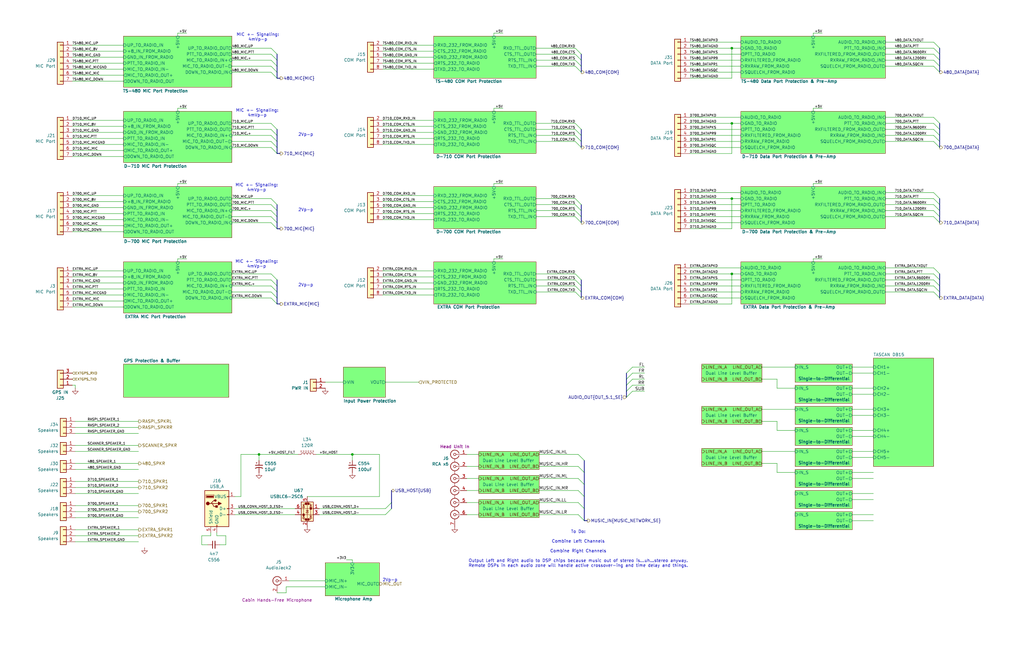
<source format=kicad_sch>
(kicad_sch (version 20250114) (generator "eeschema") (generator_version "9.0")
  (paper "B")
  (bus_alias "480_MIC" (members "UP" "DOWN" "PTT" "+"))
  (bus_alias "4X_KENWOOD_MIC" (members "{480_MIC}" "{710_MIC}" "{EXTRA_MIC}" "{700_MIC}"))
  (bus_alias "700_MIC" (members "UP" "DOWN" "PTT" "+"))
  (bus_alias "710_MIC" (members "UP" "DOWN" "PTT" "+"))
  (bus_alias "COM" (members "RXD" "TXD" "CTS" "RTS"))
  (bus_alias "DATA" (members "TXOUT" "PTT" "9600RX" "1200RX" "SQCIN"))
  (bus_alias "EXTRA_MIC" (members "UP" "DOWN" "PTT" "+"))
  (bus_alias "MIC" (members "UP" "DOWN" "PTT" "+"))
  (bus_alias "MUSIC_NETWORK_LVDS" (members "HL+" "HL-" "HR+" "HR-" "ML+" "ML-" "MR+" "MR-" "LL+" "LL-" "LR+" "LR-"))
  (bus_alias "MUSIC_STANDARD_LVDS" (members "FR+" "FR-" "FL+" "FL-" "RR+" "RR-" "RL+" "RL-" "SR+" "SR-" "SL+" "SL-"))
  (bus_alias "MUSIC_STANDARD_SE" (members "FL" "FR" "RL" "RR" "SL" "SR"))
  (bus_alias "USB" (members "TSCL" "TSDA" "~{RESET}"))
  (text "MIC +- Signaling:\n4mVp-p" (at 108.458 47.752 0) (effects (font (size 1.27 1.27))))
  (text "MIC +- Signaling:\n4mVp-p" (at 108.712 15.748 0) (effects (font (size 1.27 1.27))))
  (text "2Vp-p" (at 125.73 89.408 0) (effects (font (size 1.27 1.27)) (justify left bottom)))
  (text "2Vp-p" (at 125.73 121.158 0) (effects (font (size 1.27 1.27)) (justify left bottom)))
  (text "2Vp-p" (at 125.73 57.658 0) (effects (font (size 1.27 1.27)) (justify left bottom)))
  (text "MIC +- Signaling:\n4mVp-p" (at 108.204 111.506 0) (effects (font (size 1.27 1.27))))
  (text "MIC +- Signaling:\n4mVp-p" (at 108.204 79.248 0) (effects (font (size 1.27 1.27))))
  (text "To Do:\n\nCombine Left Channels\n\nCombine Right Channels\n\nOutput Left and Right audio to DSP chips because music out of stereo is...uh...stereo anyway.\nRemote DSPs in each audio zone will handle active crossover-ing and time delay and things." (at 243.84 231.648 0) (effects (font (size 1.27 1.27))))
  (text "2Vp-p" (at 161.29 245.618 0) (effects (font (size 1.27 1.27)) (justify left bottom)))
  (junction (at 148.59 191.77))
  (junction (at 109.22 191.77))
  (junction (at 308.61 83.82))
  (junction (at 308.61 52.07))
  (junction (at 308.61 20.32))
  (junction (at 308.61 115.57))
  (bus_entry (at 114.3 62.23) (size 2.54 2.54))
  (bus_entry (at 242.57 22.86) (size 2.54 2.54))
  (bus_entry (at 393.7 81.28) (size 2.54 2.54))
  (bus_entry (at 242.57 91.44) (size 2.54 2.54))
  (bus_entry (at 393.7 83.82) (size 2.54 2.54))
  (bus_entry (at 162.56 217.17) (size 2.54 -2.54))
  (bus_entry (at 114.3 54.61) (size 2.54 2.54))
  (bus_entry (at 393.7 52.07) (size 2.54 2.54))
  (bus_entry (at 266.7 160.02) (size -2.54 2.54))
  (bus_entry (at 393.7 57.15) (size 2.54 2.54))
  (bus_entry (at 114.3 20.32) (size 2.54 2.54))
  (bus_entry (at 393.7 115.57) (size 2.54 2.54))
  (bus_entry (at 114.3 25.4) (size 2.54 2.54))
  (bus_entry (at 243.84 217.17) (size 2.54 2.54))
  (bus_entry (at 242.57 88.9) (size 2.54 2.54))
  (bus_entry (at 242.57 120.65) (size 2.54 2.54))
  (bus_entry (at 243.84 201.93) (size 2.54 2.54))
  (bus_entry (at 242.57 20.32) (size 2.54 2.54))
  (bus_entry (at 242.57 52.07) (size 2.54 2.54))
  (bus_entry (at 114.3 83.82) (size 2.54 2.54))
  (bus_entry (at 114.3 115.57) (size 2.54 2.54))
  (bus_entry (at 242.57 115.57) (size 2.54 2.54))
  (bus_entry (at 242.57 86.36) (size 2.54 2.54))
  (bus_entry (at 242.57 59.69) (size 2.54 2.54))
  (bus_entry (at 114.3 22.86) (size 2.54 2.54))
  (bus_entry (at 242.57 27.94) (size 2.54 2.54))
  (bus_entry (at 114.3 93.98) (size 2.54 2.54))
  (bus_entry (at 114.3 30.48) (size 2.54 2.54))
  (bus_entry (at 243.84 196.85) (size 2.54 2.54))
  (bus_entry (at 162.56 214.63) (size 2.54 -2.54))
  (bus_entry (at 114.3 88.9) (size 2.54 2.54))
  (bus_entry (at 393.7 22.86) (size 2.54 2.54))
  (bus_entry (at 393.7 27.94) (size 2.54 2.54))
  (bus_entry (at 393.7 91.44) (size 2.54 2.54))
  (bus_entry (at 114.3 125.73) (size 2.54 2.54))
  (bus_entry (at 393.7 113.03) (size 2.54 2.54))
  (bus_entry (at 242.57 123.19) (size 2.54 2.54))
  (bus_entry (at 393.7 88.9) (size 2.54 2.54))
  (bus_entry (at 242.57 25.4) (size 2.54 2.54))
  (bus_entry (at 242.57 54.61) (size 2.54 2.54))
  (bus_entry (at 393.7 49.53) (size 2.54 2.54))
  (bus_entry (at 243.84 191.77) (size 2.54 2.54))
  (bus_entry (at 242.57 57.15) (size 2.54 2.54))
  (bus_entry (at 393.7 86.36) (size 2.54 2.54))
  (bus_entry (at 114.3 120.65) (size 2.54 2.54))
  (bus_entry (at 393.7 118.11) (size 2.54 2.54))
  (bus_entry (at 114.3 52.07) (size 2.54 2.54))
  (bus_entry (at 114.3 57.15) (size 2.54 2.54))
  (bus_entry (at 114.3 118.11) (size 2.54 2.54))
  (bus_entry (at 242.57 83.82) (size 2.54 2.54))
  (bus_entry (at 266.7 154.94) (size -2.54 2.54))
  (bus_entry (at 114.3 91.44) (size 2.54 2.54))
  (bus_entry (at 393.7 17.78) (size 2.54 2.54))
  (bus_entry (at 266.7 162.56) (size -2.54 2.54))
  (bus_entry (at 114.3 86.36) (size 2.54 2.54))
  (bus_entry (at 266.7 157.48) (size -2.54 2.54))
  (bus_entry (at 114.3 123.19) (size 2.54 2.54))
  (bus_entry (at 393.7 120.65) (size 2.54 2.54))
  (bus_entry (at 243.84 212.09) (size 2.54 2.54))
  (bus_entry (at 114.3 27.94) (size 2.54 2.54))
  (bus_entry (at 393.7 59.69) (size 2.54 2.54))
  (bus_entry (at 266.7 165.1) (size -2.54 2.54))
  (bus_entry (at 393.7 54.61) (size 2.54 2.54))
  (bus_entry (at 114.3 59.69) (size 2.54 2.54))
  (bus_entry (at 393.7 123.19) (size 2.54 2.54))
  (bus_entry (at 393.7 20.32) (size 2.54 2.54))
  (bus_entry (at 242.57 118.11) (size 2.54 2.54))
  (bus_entry (at 243.84 207.01) (size 2.54 2.54))
  (bus_entry (at 393.7 25.4) (size 2.54 2.54))
  (bus (pts (xy 116.84 86.36) (xy 116.84 88.9)))
  (wire (pts (xy 30.48 50.8) (xy 52.07 50.8)))
  (wire (pts (xy 114.3 83.82) (xy 97.79 83.82)))
  (wire (pts (xy 31.75 195.58) (xy 58.42 195.58)))
  (wire (pts (xy 30.48 63.5) (xy 52.07 63.5)))
  (bus (pts (xy 116.84 96.52) (xy 118.11 96.52)))
  (wire (pts (xy 30.48 34.29) (xy 52.07 34.29)))
  (wire (pts (xy 208.28 45.72) (xy 208.28 46.99)))
  (bus (pts (xy 245.11 54.61) (xy 245.11 57.15)))
  (wire (pts (xy 161.29 53.34) (xy 182.88 53.34)))
  (wire (pts (xy 290.83 25.4) (xy 312.42 25.4)))
  (wire (pts (xy 290.83 64.77) (xy 308.61 64.77)))
  (wire (pts (xy 308.61 115.57) (xy 308.61 128.27)))
  (wire (pts (xy 114.3 52.07) (xy 97.79 52.07)))
  (bus (pts (xy 116.84 93.98) (xy 116.84 96.52)))
  (wire (pts (xy 271.78 165.1) (xy 266.7 165.1)))
  (wire (pts (xy 308.61 52.07) (xy 312.42 52.07)))
  (wire (pts (xy 373.38 25.4) (xy 393.7 25.4)))
  (wire (pts (xy 31.75 228.6) (xy 58.42 228.6)))
  (wire (pts (xy 30.48 29.21) (xy 52.07 29.21)))
  (wire (pts (xy 327.66 199.39) (xy 335.28 199.39)))
  (wire (pts (xy 30.48 121.92) (xy 52.07 121.92)))
  (wire (pts (xy 31.75 215.9) (xy 58.42 215.9)))
  (wire (pts (xy 321.31 160.02) (xy 327.66 160.02)))
  (wire (pts (xy 148.59 191.77) (xy 148.59 194.31)))
  (bus (pts (xy 396.24 57.15) (xy 396.24 59.69)))
  (bus (pts (xy 396.24 27.94) (xy 396.24 30.48)))
  (wire (pts (xy 359.41 166.37) (xy 368.3 166.37)))
  (wire (pts (xy 120.65 250.19) (xy 120.65 247.65)))
  (wire (pts (xy 30.48 87.63) (xy 52.07 87.63)))
  (wire (pts (xy 114.3 30.48) (xy 97.79 30.48)))
  (wire (pts (xy 31.75 205.74) (xy 58.42 205.74)))
  (wire (pts (xy 30.48 90.17) (xy 52.07 90.17)))
  (bus (pts (xy 264.16 157.48) (xy 264.16 160.02)))
  (wire (pts (xy 31.75 182.88) (xy 58.42 182.88)))
  (wire (pts (xy 161.29 119.38) (xy 182.88 119.38)))
  (wire (pts (xy 30.48 129.54) (xy 52.07 129.54)))
  (wire (pts (xy 359.41 190.5) (xy 368.3 190.5)))
  (bus (pts (xy 165.1 212.09) (xy 165.1 214.63)))
  (wire (pts (xy 359.41 210.82) (xy 368.3 210.82)))
  (wire (pts (xy 346.71 13.97) (xy 342.9 13.97)))
  (bus (pts (xy 116.84 120.65) (xy 116.84 123.19)))
  (wire (pts (xy 308.61 83.82) (xy 312.42 83.82)))
  (wire (pts (xy 243.84 207.01) (xy 227.33 207.01)))
  (wire (pts (xy 30.48 60.96) (xy 52.07 60.96)))
  (wire (pts (xy 114.3 59.69) (xy 97.79 59.69)))
  (wire (pts (xy 114.3 22.86) (xy 97.79 22.86)))
  (wire (pts (xy 31.75 177.8) (xy 58.42 177.8)))
  (wire (pts (xy 109.22 191.77) (xy 109.22 194.31)))
  (wire (pts (xy 114.3 62.23) (xy 97.79 62.23)))
  (wire (pts (xy 242.57 91.44) (xy 226.06 91.44)))
  (bus (pts (xy 264.16 160.02) (xy 264.16 162.56)))
  (bus (pts (xy 116.84 128.27) (xy 118.11 128.27)))
  (wire (pts (xy 31.75 203.2) (xy 58.42 203.2)))
  (wire (pts (xy 290.83 17.78) (xy 312.42 17.78)))
  (wire (pts (xy 373.38 57.15) (xy 393.7 57.15)))
  (wire (pts (xy 242.57 20.32) (xy 226.06 20.32)))
  (wire (pts (xy 116.84 250.19) (xy 120.65 250.19)))
  (wire (pts (xy 327.66 195.58) (xy 327.66 199.39)))
  (wire (pts (xy 373.38 86.36) (xy 393.7 86.36)))
  (wire (pts (xy 196.85 212.09) (xy 201.93 212.09)))
  (bus (pts (xy 396.24 91.44) (xy 396.24 93.98)))
  (wire (pts (xy 161.29 21.59) (xy 182.88 21.59)))
  (wire (pts (xy 30.48 92.71) (xy 52.07 92.71)))
  (wire (pts (xy 74.93 45.72) (xy 74.93 46.99)))
  (wire (pts (xy 321.31 172.72) (xy 335.28 172.72)))
  (bus (pts (xy 245.11 120.65) (xy 245.11 123.19)))
  (wire (pts (xy 30.48 127) (xy 52.07 127)))
  (wire (pts (xy 30.48 124.46) (xy 52.07 124.46)))
  (wire (pts (xy 148.59 236.22) (xy 146.05 236.22)))
  (wire (pts (xy 78.74 109.22) (xy 74.93 109.22)))
  (bus (pts (xy 396.24 123.19) (xy 396.24 125.73)))
  (wire (pts (xy 30.48 31.75) (xy 52.07 31.75)))
  (wire (pts (xy 162.56 214.63) (xy 134.62 214.63)))
  (wire (pts (xy 30.48 58.42) (xy 52.07 58.42)))
  (wire (pts (xy 30.48 26.67) (xy 52.07 26.67)))
  (wire (pts (xy 346.71 45.72) (xy 342.9 45.72)))
  (wire (pts (xy 290.83 86.36) (xy 312.42 86.36)))
  (wire (pts (xy 321.31 195.58) (xy 327.66 195.58)))
  (wire (pts (xy 373.38 113.03) (xy 393.7 113.03)))
  (wire (pts (xy 373.38 59.69) (xy 393.7 59.69)))
  (wire (pts (xy 321.31 190.5) (xy 335.28 190.5)))
  (wire (pts (xy 346.71 109.22) (xy 342.9 109.22)))
  (bus (pts (xy 396.24 86.36) (xy 396.24 88.9)))
  (wire (pts (xy 290.83 59.69) (xy 312.42 59.69)))
  (wire (pts (xy 99.06 214.63) (xy 124.46 214.63)))
  (wire (pts (xy 327.66 163.83) (xy 335.28 163.83)))
  (wire (pts (xy 342.9 109.22) (xy 342.9 110.49)))
  (wire (pts (xy 242.57 57.15) (xy 226.06 57.15)))
  (wire (pts (xy 91.44 224.79) (xy 91.44 226.06)))
  (bus (pts (xy 246.38 194.31) (xy 246.38 199.39)))
  (wire (pts (xy 114.3 54.61) (xy 97.79 54.61)))
  (wire (pts (xy 161.29 60.96) (xy 182.88 60.96)))
  (wire (pts (xy 109.22 191.77) (xy 125.73 191.77)))
  (wire (pts (xy 114.3 20.32) (xy 97.79 20.32)))
  (wire (pts (xy 271.78 154.94) (xy 266.7 154.94)))
  (wire (pts (xy 114.3 88.9) (xy 97.79 88.9)))
  (wire (pts (xy 196.85 191.77) (xy 201.93 191.77)))
  (wire (pts (xy 342.9 77.47) (xy 342.9 78.74)))
  (wire (pts (xy 290.83 81.28) (xy 312.42 81.28)))
  (wire (pts (xy 120.65 247.65) (xy 137.16 247.65)))
  (bus (pts (xy 245.11 25.4) (xy 245.11 27.94)))
  (wire (pts (xy 162.56 161.29) (xy 176.53 161.29)))
  (wire (pts (xy 31.75 226.06) (xy 58.42 226.06)))
  (wire (pts (xy 290.83 30.48) (xy 312.42 30.48)))
  (wire (pts (xy 290.83 83.82) (xy 308.61 83.82)))
  (bus (pts (xy 116.84 64.77) (xy 118.11 64.77)))
  (wire (pts (xy 208.28 13.97) (xy 208.28 15.24)))
  (wire (pts (xy 290.83 52.07) (xy 308.61 52.07)))
  (wire (pts (xy 99.06 209.55) (xy 101.6 209.55)))
  (wire (pts (xy 74.93 77.47) (xy 74.93 78.74)))
  (wire (pts (xy 242.57 22.86) (xy 226.06 22.86)))
  (wire (pts (xy 196.85 201.93) (xy 201.93 201.93)))
  (wire (pts (xy 308.61 20.32) (xy 312.42 20.32)))
  (wire (pts (xy 373.38 81.28) (xy 393.7 81.28)))
  (wire (pts (xy 242.57 88.9) (xy 226.06 88.9)))
  (wire (pts (xy 161.29 116.84) (xy 182.88 116.84)))
  (wire (pts (xy 161.29 26.67) (xy 182.88 26.67)))
  (wire (pts (xy 30.48 95.25) (xy 52.07 95.25)))
  (wire (pts (xy 114.3 57.15) (xy 97.79 57.15)))
  (wire (pts (xy 373.38 91.44) (xy 393.7 91.44)))
  (bus (pts (xy 116.84 91.44) (xy 116.84 93.98)))
  (wire (pts (xy 359.41 172.72) (xy 368.3 172.72)))
  (wire (pts (xy 321.31 154.94) (xy 335.28 154.94)))
  (wire (pts (xy 290.83 113.03) (xy 312.42 113.03)))
  (wire (pts (xy 290.83 91.44) (xy 312.42 91.44)))
  (wire (pts (xy 212.09 45.72) (xy 208.28 45.72)))
  (wire (pts (xy 137.16 161.29) (xy 144.78 161.29)))
  (wire (pts (xy 148.59 236.22) (xy 148.59 237.49)))
  (wire (pts (xy 242.57 54.61) (xy 226.06 54.61)))
  (wire (pts (xy 243.84 212.09) (xy 227.33 212.09)))
  (wire (pts (xy 373.38 54.61) (xy 393.7 54.61)))
  (wire (pts (xy 290.83 22.86) (xy 312.42 22.86)))
  (bus (pts (xy 396.24 54.61) (xy 396.24 57.15)))
  (bus (pts (xy 396.24 22.86) (xy 396.24 25.4)))
  (wire (pts (xy 91.44 226.06) (xy 95.25 226.06)))
  (wire (pts (xy 290.83 115.57) (xy 308.61 115.57)))
  (wire (pts (xy 30.48 19.05) (xy 52.07 19.05)))
  (wire (pts (xy 212.09 109.22) (xy 208.28 109.22)))
  (wire (pts (xy 114.3 27.94) (xy 97.79 27.94)))
  (wire (pts (xy 290.83 93.98) (xy 312.42 93.98)))
  (wire (pts (xy 327.66 160.02) (xy 327.66 163.83)))
  (bus (pts (xy 396.24 52.07) (xy 396.24 54.61)))
  (wire (pts (xy 373.38 118.11) (xy 393.7 118.11)))
  (wire (pts (xy 359.41 193.04) (xy 368.3 193.04)))
  (wire (pts (xy 95.25 226.06) (xy 95.25 229.87)))
  (wire (pts (xy 74.93 13.97) (xy 74.93 15.24)))
  (wire (pts (xy 242.57 59.69) (xy 226.06 59.69)))
  (wire (pts (xy 78.74 45.72) (xy 74.93 45.72)))
  (wire (pts (xy 243.84 201.93) (xy 227.33 201.93)))
  (wire (pts (xy 31.75 187.96) (xy 58.42 187.96)))
  (wire (pts (xy 162.56 217.17) (xy 134.62 217.17)))
  (wire (pts (xy 290.83 49.53) (xy 312.42 49.53)))
  (wire (pts (xy 290.83 20.32) (xy 308.61 20.32)))
  (bus (pts (xy 396.24 118.11) (xy 396.24 120.65)))
  (bus (pts (xy 245.11 59.69) (xy 245.11 62.23)))
  (wire (pts (xy 373.38 83.82) (xy 393.7 83.82)))
  (wire (pts (xy 308.61 115.57) (xy 312.42 115.57)))
  (wire (pts (xy 373.38 115.57) (xy 393.7 115.57)))
  (wire (pts (xy 74.93 109.22) (xy 74.93 110.49)))
  (wire (pts (xy 359.41 154.94) (xy 368.3 154.94)))
  (wire (pts (xy 30.48 24.13) (xy 52.07 24.13)))
  (wire (pts (xy 161.29 87.63) (xy 182.88 87.63)))
  (wire (pts (xy 359.41 163.83) (xy 368.3 163.83)))
  (wire (pts (xy 242.57 118.11) (xy 226.06 118.11)))
  (wire (pts (xy 242.57 115.57) (xy 226.06 115.57)))
  (wire (pts (xy 290.83 125.73) (xy 312.42 125.73)))
  (bus (pts (xy 116.84 25.4) (xy 116.84 27.94)))
  (bus (pts (xy 396.24 120.65) (xy 396.24 123.19)))
  (wire (pts (xy 99.06 217.17) (xy 124.46 217.17)))
  (bus (pts (xy 245.11 118.11) (xy 245.11 120.65)))
  (wire (pts (xy 114.3 125.73) (xy 97.79 125.73)))
  (wire (pts (xy 161.29 114.3) (xy 182.88 114.3)))
  (wire (pts (xy 321.31 177.8) (xy 327.66 177.8)))
  (wire (pts (xy 359.41 184.15) (xy 368.3 184.15)))
  (wire (pts (xy 88.9 226.06) (xy 85.09 226.06)))
  (wire (pts (xy 161.29 55.88) (xy 182.88 55.88)))
  (bus (pts (xy 116.84 123.19) (xy 116.84 125.73)))
  (wire (pts (xy 31.75 208.28) (xy 58.42 208.28)))
  (wire (pts (xy 290.83 128.27) (xy 308.61 128.27)))
  (bus (pts (xy 246.38 209.55) (xy 246.38 214.63)))
  (bus (pts (xy 116.84 54.61) (xy 116.84 57.15)))
  (wire (pts (xy 290.83 62.23) (xy 312.42 62.23)))
  (wire (pts (xy 114.3 25.4) (xy 97.79 25.4)))
  (wire (pts (xy 342.9 45.72) (xy 342.9 46.99)))
  (wire (pts (xy 243.84 191.77) (xy 227.33 191.77)))
  (wire (pts (xy 161.29 82.55) (xy 182.88 82.55)))
  (wire (pts (xy 373.38 49.53) (xy 393.7 49.53)))
  (wire (pts (xy 31.75 198.12) (xy 58.42 198.12)))
  (wire (pts (xy 290.83 120.65) (xy 312.42 120.65)))
  (wire (pts (xy 30.48 66.04) (xy 52.07 66.04)))
  (wire (pts (xy 373.38 17.78) (xy 393.7 17.78)))
  (wire (pts (xy 161.29 19.05) (xy 182.88 19.05)))
  (wire (pts (xy 31.75 218.44) (xy 58.42 218.44)))
  (wire (pts (xy 373.38 22.86) (xy 393.7 22.86)))
  (wire (pts (xy 161.29 90.17) (xy 182.88 90.17)))
  (wire (pts (xy 271.78 160.02) (xy 266.7 160.02)))
  (wire (pts (xy 161.29 29.21) (xy 182.88 29.21)))
  (wire (pts (xy 101.6 191.77) (xy 109.22 191.77)))
  (bus (pts (xy 264.16 162.56) (xy 264.16 165.1)))
  (wire (pts (xy 290.83 88.9) (xy 312.42 88.9)))
  (wire (pts (xy 271.78 162.56) (xy 266.7 162.56)))
  (wire (pts (xy 242.57 27.94) (xy 226.06 27.94)))
  (wire (pts (xy 95.25 229.87) (xy 92.71 229.87)))
  (wire (pts (xy 30.48 85.09) (xy 52.07 85.09)))
  (wire (pts (xy 359.41 217.17) (xy 368.3 217.17)))
  (bus (pts (xy 246.38 214.63) (xy 246.38 219.71)))
  (wire (pts (xy 373.38 20.32) (xy 393.7 20.32)))
  (wire (pts (xy 30.48 55.88) (xy 52.07 55.88)))
  (wire (pts (xy 114.3 120.65) (xy 97.79 120.65)))
  (bus (pts (xy 116.84 118.11) (xy 116.84 120.65)))
  (bus (pts (xy 396.24 20.32) (xy 396.24 22.86)))
  (bus (pts (xy 246.38 219.71) (xy 247.65 219.71)))
  (wire (pts (xy 290.83 54.61) (xy 312.42 54.61)))
  (bus (pts (xy 245.11 123.19) (xy 245.11 125.73)))
  (bus (pts (xy 245.11 86.36) (xy 245.11 88.9)))
  (wire (pts (xy 161.29 24.13) (xy 182.88 24.13)))
  (wire (pts (xy 242.57 123.19) (xy 226.06 123.19)))
  (bus (pts (xy 246.38 204.47) (xy 246.38 209.55)))
  (wire (pts (xy 290.83 57.15) (xy 312.42 57.15)))
  (wire (pts (xy 359.41 219.71) (xy 368.3 219.71)))
  (bus (pts (xy 245.11 91.44) (xy 245.11 93.98)))
  (bus (pts (xy 116.84 88.9) (xy 116.84 91.44)))
  (wire (pts (xy 271.78 157.48) (xy 266.7 157.48)))
  (wire (pts (xy 30.48 21.59) (xy 52.07 21.59)))
  (wire (pts (xy 290.83 118.11) (xy 312.42 118.11)))
  (wire (pts (xy 346.71 77.47) (xy 342.9 77.47)))
  (wire (pts (xy 161.29 50.8) (xy 182.88 50.8)))
  (bus (pts (xy 245.11 22.86) (xy 245.11 25.4)))
  (wire (pts (xy 308.61 52.07) (xy 308.61 64.77)))
  (wire (pts (xy 30.48 116.84) (xy 52.07 116.84)))
  (wire (pts (xy 212.09 13.97) (xy 208.28 13.97)))
  (wire (pts (xy 373.38 123.19) (xy 393.7 123.19)))
  (wire (pts (xy 373.38 52.07) (xy 393.7 52.07)))
  (bus (pts (xy 264.16 165.1) (xy 264.16 167.64)))
  (wire (pts (xy 161.29 92.71) (xy 182.88 92.71)))
  (wire (pts (xy 161.29 124.46) (xy 182.88 124.46)))
  (wire (pts (xy 31.75 213.36) (xy 58.42 213.36)))
  (wire (pts (xy 359.41 157.48) (xy 368.3 157.48)))
  (wire (pts (xy 242.57 120.65) (xy 226.06 120.65)))
  (wire (pts (xy 121.92 245.11) (xy 137.16 245.11)))
  (wire (pts (xy 290.83 96.52) (xy 308.61 96.52)))
  (wire (pts (xy 30.48 119.38) (xy 52.07 119.38)))
  (wire (pts (xy 31.75 223.52) (xy 58.42 223.52)))
  (wire (pts (xy 161.29 121.92) (xy 182.88 121.92)))
  (bus (pts (xy 116.84 30.48) (xy 116.84 33.02)))
  (bus (pts (xy 116.84 125.73) (xy 116.84 128.27)))
  (bus (pts (xy 165.1 207.01) (xy 165.1 212.09)))
  (wire (pts (xy 160.02 209.55) (xy 129.54 209.55)))
  (wire (pts (xy 290.83 27.94) (xy 312.42 27.94)))
  (wire (pts (xy 114.3 123.19) (xy 97.79 123.19)))
  (wire (pts (xy 242.57 86.36) (xy 226.06 86.36)))
  (wire (pts (xy 85.09 229.87) (xy 87.63 229.87)))
  (wire (pts (xy 114.3 115.57) (xy 97.79 115.57)))
  (wire (pts (xy 31.75 180.34) (xy 58.42 180.34)))
  (bus (pts (xy 396.24 83.82) (xy 396.24 86.36)))
  (bus (pts (xy 245.11 88.9) (xy 245.11 91.44)))
  (wire (pts (xy 160.02 191.77) (xy 160.02 209.55)))
  (wire (pts (xy 359.41 181.61) (xy 368.3 181.61)))
  (wire (pts (xy 196.85 217.17) (xy 201.93 217.17)))
  (wire (pts (xy 161.29 85.09) (xy 182.88 85.09)))
  (bus (pts (xy 116.84 33.02) (xy 118.11 33.02)))
  (wire (pts (xy 30.48 114.3) (xy 52.07 114.3)))
  (wire (pts (xy 114.3 91.44) (xy 97.79 91.44)))
  (wire (pts (xy 114.3 118.11) (xy 97.79 118.11)))
  (wire (pts (xy 78.74 77.47) (xy 74.93 77.47)))
  (wire (pts (xy 342.9 13.97) (xy 342.9 15.24)))
  (bus (pts (xy 396.24 115.57) (xy 396.24 118.11)))
  (wire (pts (xy 243.84 217.17) (xy 227.33 217.17)))
  (bus (pts (xy 396.24 25.4) (xy 396.24 27.94)))
  (wire (pts (xy 30.48 97.79) (xy 52.07 97.79)))
  (wire (pts (xy 290.83 123.19) (xy 312.42 123.19)))
  (wire (pts (xy 78.74 13.97) (xy 74.93 13.97)))
  (wire (pts (xy 85.09 226.06) (xy 85.09 229.87)))
  (bus (pts (xy 116.84 59.69) (xy 116.84 62.23)))
  (wire (pts (xy 161.29 58.42) (xy 182.88 58.42)))
  (wire (pts (xy 359.41 201.93) (xy 368.3 201.93)))
  (wire (pts (xy 327.66 181.61) (xy 335.28 181.61)))
  (wire (pts (xy 308.61 83.82) (xy 308.61 96.52)))
  (wire (pts (xy 148.59 191.77) (xy 133.35 191.77)))
  (wire (pts (xy 242.57 52.07) (xy 226.06 52.07)))
  (wire (pts (xy 88.9 224.79) (xy 88.9 226.06)))
  (wire (pts (xy 148.59 191.77) (xy 160.02 191.77)))
  (wire (pts (xy 30.48 53.34) (xy 52.07 53.34)))
  (wire (pts (xy 114.3 93.98) (xy 97.79 93.98)))
  (wire (pts (xy 373.38 88.9) (xy 393.7 88.9)))
  (wire (pts (xy 359.41 199.39) (xy 368.3 199.39)))
  (wire (pts (xy 242.57 25.4) (xy 226.06 25.4)))
  (wire (pts (xy 30.48 82.55) (xy 52.07 82.55)))
  (bus (pts (xy 396.24 88.9) (xy 396.24 91.44)))
  (wire (pts (xy 242.57 83.82) (xy 226.06 83.82)))
  (wire (pts (xy 101.6 209.55) (xy 101.6 191.77)))
  (wire (pts (xy 290.83 33.02) (xy 308.61 33.02)))
  (bus (pts (xy 245.11 57.15) (xy 245.11 59.69)))
  (wire (pts (xy 359.41 208.28) (xy 368.3 208.28)))
  (wire (pts (xy 359.41 175.26) (xy 368.3 175.26)))
  (wire (pts (xy 208.28 77.47) (xy 208.28 78.74)))
  (bus (pts (xy 116.84 57.15) (xy 116.84 59.69)))
  (wire (pts (xy 31.75 162.56) (xy 30.48 162.56)))
  (wire (pts (xy 31.75 163.83) (xy 31.75 162.56)))
  (wire (pts (xy 243.84 196.85) (xy 227.33 196.85)))
  (wire (pts (xy 373.38 120.65) (xy 393.7 120.65)))
  (wire (pts (xy 212.09 77.47) (xy 208.28 77.47)))
  (bus (pts (xy 116.84 22.86) (xy 116.84 25.4)))
  (wire (pts (xy 308.61 33.02) (xy 308.61 20.32)))
  (bus (pts (xy 116.84 62.23) (xy 116.84 64.77)))
  (wire (pts (xy 327.66 177.8) (xy 327.66 181.61)))
  (bus (pts (xy 246.38 199.39) (xy 246.38 204.47)))
  (wire (pts (xy 196.85 207.01) (xy 201.93 207.01)))
  (wire (pts (xy 208.28 109.22) (xy 208.28 110.49)))
  (wire (pts (xy 31.75 190.5) (xy 58.42 190.5)))
  (bus (pts (xy 116.84 27.94) (xy 116.84 30.48)))
  (wire (pts (xy 114.3 86.36) (xy 97.79 86.36)))
  (wire (pts (xy 373.38 27.94) (xy 393.7 27.94)))
  (bus (pts (xy 245.11 27.94) (xy 245.11 30.48)))
  (bus (pts (xy 396.24 59.69) (xy 396.24 62.23)))
  (wire (pts (xy 196.85 196.85) (xy 201.93 196.85)))
  (label "TS480_DATAGND" (at 290.83 20.32 0) (effects (font (size 1 1))))
  (label "EXTRA_COM_CTS_IN" (at 161.29 116.84 0) (effects (font (size 1 1))))
  (label "+5V_HOST" (at 134.62 191.77 0) (effects (font (size 1 1))))
  (label "700_MIC.DOWN" (at 97.79 93.98 0) (effects (font (size 1 1))))
  (label "EXTRA_DATAPKD" (at 290.83 113.03 0) (effects (font (size 1 1))))
  (label "480_DATA.PTT" (at 377.19 20.32 0) (effects (font (size 1 1))))
  (label "EXTRA_DATAPR9" (at 290.83 120.65 0) (effects (font (size 1 1))))
  (label "700_DATA.PTT" (at 377.19 52.07 0) (effects (font (size 1 1))))
  (label "D700_MIC_GND" (at 30.48 87.63 0) (effects (font (size 1 1))))
  (label "480_MIC.PTT" (at 97.79 22.86 0) (effects (font (size 1 1))))
  (label "D710_SPEAKER_GND" (at 36.83 208.28 0) (effects (font (size 1 1))))
  (label "TS480_MIC_DOWN" (at 30.48 34.29 0) (effects (font (size 1 1))))
  (label "TS480_MIC_MICGND" (at 30.48 29.21 0) (effects (font (size 1 1))))
  (label "FL" (at 271.78 154.94 180))
  (label "710_DATA.PTT" (at 377.19 83.82 0) (effects (font (size 1 1))))
  (label "TS480_COM_RTS_IN" (at 161.29 26.67 0) (effects (font (size 1 1))))
  (label "D700_COM_RXD_IN" (at 161.29 82.55 0) (effects (font (size 1 1))))
  (label "EXTRA_COM.RXD" (at 242.57 115.57 180) (effects (font (size 1 1))))
  (label "EXTRA_COM_TXD_IN" (at 161.29 124.46 0) (effects (font (size 1 1))))
  (label "FR" (at 271.78 157.48 180))
  (label "D710_SPEAKER_1" (at 36.83 203.2 0) (effects (font (size 1 1))))
  (label "EXTRA_COM_RXD_IN" (at 161.29 114.3 0) (effects (font (size 1 1))))
  (label "D710_DATAPR1" (at 290.83 91.44 0) (effects (font (size 1 1))))
  (label "D700_COM_TXD_IN" (at 161.29 92.71 0) (effects (font (size 1 1))))
  (label "D700_SPEAKER_1" (at 36.83 213.36 0) (effects (font (size 1 1))))
  (label "D700_MIC_8V" (at 30.48 85.09 0) (effects (font (size 1 1))))
  (label "480_DATA.1200RX" (at 377.19 25.4 0) (effects (font (size 1 1))))
  (label "TS480_MIC_UP" (at 30.48 19.05 0) (effects (font (size 1 1))))
  (label "+5V_HOST_FILT" (at 124.46 191.77 180) (effects (font (size 1 1))))
  (label "SCANNER_SPEAKER_1" (at 36.83 187.96 0) (effects (font (size 1 1))))
  (label "700_DATA.1200RX" (at 377.19 57.15 0) (effects (font (size 1 1))))
  (label "700_MIC.UP" (at 97.79 83.82 0) (effects (font (size 1 1))))
  (label "EXTRA_MIC_DOWN" (at 30.48 129.54 0) (effects (font (size 1 1))))
  (label "EXTRA_COM_GND_IN" (at 161.29 119.38 0) (effects (font (size 1 1))))
  (label "TS480_COM_CTS_IN" (at 161.29 21.59 0) (effects (font (size 1 1))))
  (label "EXTRA_DATAPR1" (at 290.83 123.19 0) (effects (font (size 1 1))))
  (label "700_COM.CTS" (at 242.57 86.36 180) (effects (font (size 1 1))))
  (label "+5V" (at 346.71 13.97 180) (effects (font (size 1 1))))
  (label "710_COM.RTS" (at 242.57 57.15 180) (effects (font (size 1 1))))
  (label "MUSIC_IN.LR" (at 227.33 217.17 0))
  (label "EXTRA_MIC_MIC" (at 30.48 127 0) (effects (font (size 1 1))))
  (label "+5V" (at 212.09 109.22 180) (effects (font (size 1 1))))
  (label "D700_MIC.PTT" (at 30.48 90.17 0) (effects (font (size 1 1))))
  (label "TS480_DATASQC" (at 290.83 30.48 0) (effects (font (size 1 1))))
  (label "D710_COM_RXD_IN" (at 161.29 50.8 0) (effects (font (size 1 1))))
  (label "D700_MIC_MICGND" (at 30.48 92.71 0) (effects (font (size 1 1))))
  (label "EXTRA_COM_RTS_IN" (at 161.29 121.92 0) (effects (font (size 1 1))))
  (label "TS480_DATAPR9" (at 290.83 25.4 0) (effects (font (size 1 1))))
  (label "710_MIC.DOWN" (at 97.79 62.23 0) (effects (font (size 1 1))))
  (label "710_COM.TXD" (at 242.57 59.69 180) (effects (font (size 1 1))))
  (label "EXTRA_COM.TXD" (at 242.57 123.19 180) (effects (font (size 1 1))))
  (label "EXTRA_DATA.SQCIN" (at 377.19 123.19 0) (effects (font (size 1 1))))
  (label "SUB" (at 271.78 165.1 180))
  (label "TS480_DATAPKD" (at 290.83 17.78 0) (effects (font (size 1 1))))
  (label "D700_DATAPKD" (at 290.83 49.53 0) (effects (font (size 1 1))))
  (label "MUSIC_IN.HR" (at 227.33 196.85 0))
  (label "+5V" (at 212.09 45.72 180) (effects (font (size 1 1))))
  (label "480_DATA.TXOUT" (at 377.19 17.78 0) (effects (font (size 1 1))))
  (label "+3V3" (at 146.05 236.22 180) (effects (font (size 1 1))))
  (label "D700_DATAPR1" (at 290.83 59.69 0) (effects (font (size 1 1))))
  (label "D710_SPEAKER_2" (at 36.83 205.74 0) (effects (font (size 1 1))))
  (label "+5V" (at 212.09 77.47 180) (effects (font (size 1 1))))
  (label "D710_COM_GND_IN" (at 161.29 55.88 0) (effects (font (size 1 1))))
  (label "710_DATA.SQCIN" (at 377.19 91.44 0) (effects (font (size 1 1))))
  (label "TS480_COM_GND_IN" (at 161.29 24.13 0) (effects (font (size 1 1))))
  (label "D700_MIC_UP" (at 30.48 82.55 0) (effects (font (size 1 1))))
  (label "710_DATA.1200RX" (at 377.19 88.9 0) (effects (font (size 1 1))))
  (label "D710_MIC_DOWN" (at 30.48 66.04 0) (effects (font (size 1 1))))
  (label "USB_CONN_HOST_D_ESD-" (at 100.33 217.17 0) (effects (font (size 1 1))))
  (label "RASPI_SPEAKER_2" (at 36.83 180.34 0) (effects (font (size 1 1))))
  (label "D710_DATAGND" (at 290.83 83.82 0) (effects (font (size 1 1))))
  (label "EXTRA_MIC_MICGND" (at 30.48 124.46 0) (effects (font (size 1 1))))
  (label "D700_DATASQC" (at 290.83 62.23 0) (effects (font (size 1 1))))
  (label "TS480_MIC_8V" (at 30.48 21.59 0) (effects (font (size 1 1))))
  (label "480_SPEAKER_GND" (at 36.83 198.12 0) (effects (font (size 1 1))))
  (label "D710_DATAPR9" (at 290.83 88.9 0) (effects (font (size 1 1))))
  (label "710_MIC.+" (at 97.79 57.15 0) (effects (font (size 1 1))))
  (label "USB_CONN_HOST_D-" (at 135.89 217.17 0) (effects (font (size 1 1))))
  (label "EXTRA_MIC.DOWN" (at 97.79 125.73 0) (effects (font (size 1 1))))
  (label "D710_MIC_8V" (at 30.48 53.34 0) (effects (font (size 1 1))))
  (label "MUSIC_IN.HL" (at 227.33 191.77 0))
  (label "D700_SPEAKER_GND" (at 36.83 218.44 0) (effects (font (size 1 1))))
  (label "480_DATA.SQCIN" (at 377.19 27.94 0) (effects (font (size 1 1))))
  (label "480_COM.RXD" (at 242.57 20.32 180) (effects (font (size 1 1))))
  (label "700_COM.RXD" (at 242.57 83.82 180) (effects (font (size 1 1))))
  (label "700_MIC.PTT" (at 97.79 86.36 0) (effects (font (size 1 1))))
  (label "D700_DATAPKS" (at 290.83 54.61 0) (effects (font (size 1 1))))
  (label "480_COM.TXD" (at 242.57 27.94 180) (effects (font (size 1 1))))
  (label "D710_MIC.PTT" (at 30.48 58.42 0) (effects (font (size 1 1))))
  (label "+5V" (at 346.71 45.72 180) (effects (font (size 1 1))))
  (label "USB_CONN_HOST_D+" (at 135.89 214.63 0) (effects (font (size 1 1))))
  (label "D710_DATAGND" (at 290.83 96.52 0) (effects (font (size 1 1))))
  (label "USB_CONN_HOST_D_ESD+" (at 100.33 214.63 0) (effects (font (size 1 1))))
  (label "700_DATA.TXOUT" (at 377.19 49.53 0) (effects (font (size 1 1))))
  (label "700_COM.RTS" (at 242.57 88.9 180) (effects (font (size 1 1))))
  (label "EXTRA_DATA.PTT" (at 377.19 115.57 0) (effects (font (size 1 1))))
  (label "D710_COM_TXD_IN" (at 161.29 60.96 0) (effects (font (size 1 1))))
  (label "480_COM.RTS" (at 242.57 25.4 180) (effects (font (size 1 1))))
  (label "D700_MIC_MIC" (at 30.48 95.25 0) (effects (font (size 1 1))))
  (label "EXTRA_MIC.PTT" (at 97.79 118.11 0) (effects (font (size 1 1))))
  (label "D700_COM_CTS_IN" (at 161.29 85.09 0) (effects (font (size 1 1))))
  (label "710_MIC.UP" (at 97.79 52.07 0) (effects (font (size 1 1))))
  (label "EXTRA_MIC.PTT" (at 30.48 121.92 0) (effects (font (size 1 1))))
  (label "TS480_MIC.PTT" (at 30.48 26.67 0) (effects (font (size 1 1))))
  (label "710_COM.CTS" (at 242.57 54.61 180) (effects (font (size 1 1))))
  (label "TS480_COM_RXD_IN" (at 161.29 19.05 0) (effects (font (size 1 1))))
  (label "TS480_COM_TXD_IN" (at 161.29 29.21 0) (effects (font (size 1 1))))
  (label "RR" (at 271.78 162.56 180))
  (label "EXTRA_DATASQC" (at 290.83 125.73 0) (effects (font (size 1 1))))
  (label "D710_DATAPKD" (at 290.83 81.28 0) (effects (font (size 1 1))))
  (label "710_MIC.PTT" (at 97.79 54.61 0) (effects (font (size 1 1))))
  (label "TS480_DATAGND" (at 290.83 33.02 0) (effects (font (size 1 1))))
  (label "EXTRA_DATAGND" (at 290.83 115.57 0) (effects (font (size 1 1))))
  (label "EXTRA_MIC_GND" (at 30.48 119.38 0) (effects (font (size 1 1))))
  (label "710_DATA.TXOUT" (at 377.19 81.28 0) (effects (font (size 1 1))))
  (label "EXTRA_MIC.+" (at 97.79 120.65 0) (effects (font (size 1 1))))
  (label "480_MIC.+" (at 97.79 25.4 0) (effects (font (size 1 1))))
  (label "+5V" (at 78.74 109.22 180) (effects (font (size 1 1))))
  (label "RL" (at 271.78 160.02 180))
  (label "+5V" (at 78.74 13.97 180) (effects (font (size 1 1))))
  (label "+5V" (at 346.71 77.47 180) (effects (font (size 1 1))))
  (label "D710_MIC_MIC" (at 30.48 63.5 0) (effects (font (size 1 1))))
  (label "D710_COM_RTS_IN" (at 161.29 58.42 0) (effects (font (size 1 1))))
  (label "EXTRA_DATAPKS" (at 290.83 118.11 0) (effects (font (size 1 1))))
  (label "EXTRA_DATAGND" (at 290.83 128.27 0) (effects (font (size 1 1))))
  (label "D710_MIC_GND" (at 30.48 55.88 0) (effects (font (size 1 1))))
  (label "MUSIC_IN.LL" (at 227.33 212.09 0))
  (label "EXTRA_DATA.1200RX" (at 377.19 120.65 0) (effects (font (size 1 1))))
  (label "480_MIC.UP" (at 97.79 20.32 0) (effects (font (size 1 1))))
  (label "710_COM.RXD" (at 242.57 52.07 180) (effects (font (size 1 1))))
  (label "700_DATA.9600RX" (at 377.19 54.61 0) (effects (font (size 1 1))))
  (label "EXTRA_DATA.TXOUT" (at 377.19 113.03 0) (effects (font (size 1 1))))
  (label "D700_DATAPR9" (at 290.83 57.15 0) (effects (font (size 1 1))))
  (label "EXTRA_COM.RTS" (at 242.57 120.65 180) (effects (font (size 1 1))))
  (label "D700_SPEAKER_2" (at 36.83 215.9 0) (effects (font (size 1 1))))
  (label "D710_MIC_MICGND" (at 30.48 60.96 0) (effects (font (size 1 1))))
  (label "D710_COM_CTS_IN" (at 161.29 53.34 0) (effects (font (size 1 1))))
  (label "EXTRA_COM.CTS" (at 242.57 118.11 180) (effects (font (size 1 1))))
  (label "EXTRA_DATA.9600RX" (at 377.19 118.11 0) (effects (font (size 1 1))))
  (label "+5V" (at 212.09 13.97 180) (effects (font (size 1 1))))
  (label "480_MIC.DOWN" (at 97.79 30.48 0) (effects (font (size 1 1))))
  (label "480_COM.CTS" (at 242.57 22.86 180) (effects (font (size 1 1))))
  (label "SCANNER_SPEAKER_GND" (at 36.83 190.5 0) (effects (font (size 1 1))))
  (label "EXTRA_MIC_8V" (at 30.48 116.84 0) (effects (font (size 1 1))))
  (label "700_MIC.+" (at 97.79 88.9 0) (effects (font (size 1 1))))
  (label "EXTRA_MIC_UP" (at 30.48 114.3 0) (effects (font (size 1 1))))
  (label "EXTRA_MIC.UP" (at 97.79 115.57 0) (effects (font (size 1 1))))
  (label "+5V" (at 78.74 77.47 180) (effects (font (size 1 1))))
  (label "+5V" (at 78.74 45.72 180) (effects (font (size 1 1))))
  (label "700_COM.TXD" (at 242.57 91.44 180) (effects (font (size 1 1))))
  (label "TS480_MIC_GND" (at 30.48 24.13 0) (effects (font (size 1 1))))
  (label "TS480_DATAPKS" (at 290.83 22.86 0) (effects (font (size 1 1))))
  (label "D700_COM_RTS_IN" (at 161.29 90.17 0) (effects (font (size 1 1))))
  (label "EXTRA_SPEAKER_GND" (at 36.83 228.6 0) (effects (font (size 1 1))))
  (label "D700_DATAGND" (at 290.83 64.77 0) (effects (font (size 1 1))))
  (label "480_DATA.9600RX" (at 377.19 22.86 0) (effects (font (size 1 1))))
  (label "700_DATA.SQCIN" (at 377.19 59.69 0) (effects (font (size 1 1))))
  (label "D710_MIC_UP" (at 30.48 50.8 0) (effects (font (size 1 1))))
  (label "710_DATA.9600RX" (at 377.19 86.36 0) (effects (font (size 1 1))))
  (label "TS480_DATAPR1" (at 290.83 27.94 0) (effects (font (size 1 1))))
  (label "MUSIC_IN.ML" (at 227.33 201.93 0))
  (label "RASPI_SPEAKER_GND" (at 36.83 182.88 0) (effects (font (size 1 1))))
  (label "D700_MIC_DOWN" (at 30.48 97.79 0) (effects (font (size 1 1))))
  (label "EXTRA_SPEAKER_2" (at 36.83 226.06 0) (effects (font (size 1 1))))
  (label "TS480_MIC_MIC" (at 30.48 31.75 0) (effects (font (size 1 1))))
  (label "+5V" (at 346.71 109.22 180) (effects (font (size 1 1))))
  (label "RASPI_SPEAKER_1" (at 36.83 177.8 0) (effects (font (size 1 1))))
  (label "D710_DATASQC" (at 290.83 93.98 0) (effects (font (size 1 1))))
  (label "EXTRA_SPEAKER_1" (at 36.83 223.52 0) (effects (font (size 1 1))))
  (label "480_SPEAKER_1" (at 36.83 195.58 0) (effects (font (size 1 1))))
  (label "MUSIC_IN.MR" (at 227.33 207.01 0))
  (label "D710_DATAPKS" (at 290.83 86.36 0) (effects (font (size 1 1))))
  (label "D700_COM_GND_IN" (at 161.29 87.63 0) (effects (font (size 1 1))))
  (label "D700_DATAGND" (at 290.83 52.07 0) (effects (font (size 1 1))))
  (hierarchical_label "AUDIO_OUT{OUT_5.1_SE}" (shape input) (at 264.16 167.64 180))
  (hierarchical_label "700_SPKR1" (shape output) (at 58.42 213.36 0))
  (hierarchical_label "MIC_OUT" (shape output) (at 160.02 246.38 0))
  (hierarchical_label "EXTGPS_RXD" (shape input) (at 30.48 157.48 0) (effects (font (size 1 1))))
  (hierarchical_label "EXTRA_COM{COM}" (shape output) (at 245.11 125.73 0))
  (hierarchical_label "710_MIC{MIC}" (shape output) (at 118.11 64.77 0))
  (hierarchical_label "EXTRA_SPKR1" (shape output) (at 58.42 223.52 0))
  (hierarchical_label "710_SPKR2" (shape output) (at 58.42 205.74 0))
  (hierarchical_label "480_COM{COM}" (shape output) (at 245.11 30.48 0))
  (hierarchical_label "480_MIC{MIC}" (shape output) (at 118.11 33.02 0))
  (hierarchical_label "USB_HOST{USB}" (shape bidirectional) (at 165.1 207.01 0))
  (hierarchical_label "700_SPKR2" (shape output) (at 58.42 215.9 0))
  (hierarchical_label "480_SPKR" (shape output) (at 58.42 195.58 0))
  (hierarchical_label "710_COM{COM}" (shape output) (at 245.11 62.23 0))
  (hierarchical_label "SCANNER_SPKR" (shape output) (at 58.42 187.96 0))
  (hierarchical_label "VIN_PROTECTED" (shape input) (at 176.53 161.29 0))
  (hierarchical_label "700_MIC{MIC}" (shape output) (at 118.11 96.52 0))
  (hierarchical_label "RASPI_SPKRR" (shape output) (at 58.42 180.34 0))
  (hierarchical_label "EXTGPS_TXD" (shape input) (at 30.48 160.02 0) (effects (font (size 1 1))))
  (hierarchical_label "EXTRA_SPKR2" (shape output) (at 58.42 226.06 0))
  (hierarchical_label "EXTRA_MIC{MIC}" (shape output) (at 118.11 128.27 0))
  (hierarchical_label "700_DATA{DATA}" (shape output) (at 396.24 62.23 0))
  (hierarchical_label "710_DATA{DATA}" (shape output) (at 396.24 93.98 0))
  (hierarchical_label "RASPI_SPKRL" (shape output) (at 58.42 177.8 0))
  (hierarchical_label "710_SPKR1" (shape output) (at 58.42 203.2 0))
  (hierarchical_label "MUSIC_IN{MUSIC_NETWORK_SE}" (shape output) (at 247.65 219.71 0))
  (hierarchical_label "700_COM{COM}" (shape output) (at 245.11 93.98 0))
  (hierarchical_label "480_DATA{DATA}" (shape output) (at 396.24 30.48 0))
  (hierarchical_label "EXTRA_DATA{DATA}" (shape output) (at 396.24 125.73 0))
  (symbol (lib_name "Conn_01x05_1") (lib_id "Connector_Generic:Conn_01x05") (at 156.21 119.38 0) (mirror y) (unit 1)
    (property "Reference" "J12" (at 154.178 118.1678 0) (effects (justify left)))
    (property "Value" "COM Port" (at 154.178 120.5921 0) (effects (justify left)))
    (property "Description" "Generic connector, single row, 01x05, script generated (kicad-library-utils/schlib/autogen/connector/)" (effects (hide yes)))
  )
  (symbol (lib_id "Device:C_Small") (at 90.17 229.87 90) (unit 1)
    (property "Reference" "C556" (at 90.1763 236.22 90))
    (property "Value" "4n7" (at 90.1763 233.68 90))
    (property "Description" "Unpolarized capacitor, small symbol" (effects (hide yes)))
  )
  (symbol (lib_id "Power_Protection:USBLC6-2SC6") (at 129.54 214.63 0) (mirror y) (unit 1)
    (property "Reference" "U67" (at 127.8889 207.01 0) (effects (justify left)))
    (property "Value" "USBLC6-2SC6" (at 127.8889 209.55 0) (effects (justify left)))
    (property "Footprint" "Package_TO_SOT_SMD:SOT-23-6" (effects (hide yes)))
    (property "Datasheet" "https://www.st.com/resource/en/datasheet/usblc6-2.pdf" (effects (hide yes)))
    (property "Description" "Very low capacitance ESD protection diode, 2 data-line, SOT-23-6" (effects (hide yes)))
  )
  (symbol (lib_id "Device:C_Polarized_Small_US") (at 109.22 196.85 0) (unit 1)
    (property "Reference" "C555" (at 111.506 195.58 0) (effects (justify left)))
    (property "Value" "10uF" (at 111.506 198.12 0) (effects (justify left)))
    (property "Description" "Polarized capacitor, small US symbol" (effects (hide yes)))
  )
  (symbol (lib_id "Device:C_Polarized_Small_US") (at 148.59 196.85 0) (unit 1)
    (property "Reference" "C554" (at 150.876 195.58 0) (effects (justify left)))
    (property "Value" "100uF" (at 150.876 198.12 0) (effects (justify left)))
    (property "Description" "Polarized capacitor, small US symbol" (effects (hide yes)))
  )
  (symbol (lib_id "Connector_Generic:Conn_01x02") (at 132.08 161.29 0) (mirror y) (unit 1)
    (property "Reference" "J1" (at 130.048 161.3478 0) (effects (justify left)))
    (property "Value" "PWR IN" (at 130.048 163.7721 0) (effects (justify left)))
    (property "Description" "Generic connector, single row, 01x02, script generated (kicad-library-utils/schlib/autogen/connector/)" (effects (hide yes)))
  )
  (symbol (lib_id "Connector_Generic:Conn_01x07") (at 285.75 57.15 0) (mirror y) (unit 1)
    (property "Reference" "J19" (at 283.718 55.9378 0) (effects (justify left)))
    (property "Value" "DATA Port" (at 283.718 58.3621 0) (effects (justify left)))
    (property "Description" "Generic connector, single row, 01x07, script generated (kicad-library-utils/schlib/autogen/connector/)" (effects (hide yes)))
  )
  (symbol (lib_id "Connector_Generic:Conn_01x02") (at 26.67 187.96 0) (mirror y) (unit 1)
    (property "Reference" "J32" (at 24.638 188.0178 0) (effects (justify left)))
    (property "Value" "Speakers" (at 24.638 190.4421 0) (effects (justify left)))
    (property "Description" "Generic connector, single row, 01x02, script generated (kicad-library-utils/schlib/autogen/connector/)" (effects (hide yes)))
  )
  (symbol (lib_name "Conn_01x05_1") (lib_id "Connector_Generic:Conn_01x05") (at 156.21 87.63 0) (mirror y) (unit 1)
    (property "Reference" "J13" (at 154.178 86.4178 0) (effects (justify left)))
    (property "Value" "COM Port" (at 154.178 88.8421 0) (effects (justify left)))
    (property "Description" "Generic connector, single row, 01x05, script generated (kicad-library-utils/schlib/autogen/connector/)" (effects (hide yes)))
  )
  (symbol (lib_name "Conn_01x05_1") (lib_id "Connector_Generic:Conn_01x05") (at 156.21 24.13 0) (mirror y) (unit 1)
    (property "Reference" "J15" (at 154.178 22.9178 0) (effects (justify left)))
    (property "Value" "COM Port" (at 154.178 25.3421 0) (effects (justify left)))
    (property "Description" "Generic connector, single row, 01x05, script generated (kicad-library-utils/schlib/autogen/connector/)" (effects (hide yes)))
  )
  (symbol (lib_id "power:GND") (at 137.16 163.83 0) (unit 1)
    (property "Reference" "#PWR0272" (effects (hide yes)))
    (property "Value" "GND" (effects (hide yes)))
    (property "Description" "Power symbol creates a global label with name \"GND\" , ground" (effects (hide yes)))
  )
  (symbol (lib_id "Connector:USB_A") (at 91.44 214.63 0) (unit 1)
    (property "Reference" "J16" (at 91.44 202.8655 0))
    (property "Value" "USB_A" (at 91.44 205.2898 0))
    (property "Description" "USB Type A connector" (effects (hide yes)))
  )
  (symbol (lib_id "Connector_Generic:Conn_01x07") (at 25.4 121.92 0) (mirror y) (unit 1)
    (property "Reference" "J3" (at 23.368 120.7078 0) (effects (justify left)))
    (property "Value" "MIC Port" (at 23.368 123.1321 0) (effects (justify left)))
    (property "Description" "Generic connector, single row, 01x07, script generated (kicad-library-utils/schlib/autogen/connector/)" (effects (hide yes)))
  )
  (symbol (lib_id "Connector_Generic:Conn_01x03") (at 26.67 205.74 0) (mirror y) (unit 1)
    (property "Reference" "J22" (at 24.638 204.5278 0) (effects (justify left)))
    (property "Value" "Speakers" (at 24.638 206.9521 0) (effects (justify left)))
    (property "Description" "Generic connector, single row, 01x03, script generated (kicad-library-utils/schlib/autogen/connector/)" (effects (hide yes)))
  )
  (symbol (lib_id "power:GND") (at 109.22 199.39 0) (unit 1)
    (property "Reference" "#PWR0721" (effects (hide yes)))
    (property "Value" "GND" (effects (hide yes)))
    (property "Description" "Power symbol creates a global label with name \"GND\" , ground" (effects (hide yes)))
  )
  (symbol (lib_id "Device:L_Ferrite") (at 129.54 191.77 270) (mirror x) (unit 1)
    (property "Reference" "L34" (at 129.54 185.42 90))
    (property "Value" "120R" (at 129.54 187.96 90))
    (property "Description" "Inductor with ferrite core" (effects (hide yes)))
  )
  (symbol (lib_id "power:GND") (at 203.2 355.6 0) (unit 1)
    (property "Reference" "#PWR0907" (effects (hide yes)))
    (property "Value" "GND" (effects (hide yes)))
    (property "Description" "Power symbol creates a global label with name \"GND\" , ground" (effects (hide yes)))
  )
  (symbol (lib_id "Connector_Generic:Conn_01x07") (at 285.75 120.65 0) (mirror y) (unit 1)
    (property "Reference" "J26" (at 283.718 119.4378 0) (effects (justify left)))
    (property "Value" "DATA Port" (at 283.718 121.8621 0) (effects (justify left)))
    (property "Description" "Generic connector, single row, 01x07, script generated (kicad-library-utils/schlib/autogen/connector/)" (effects (hide yes)))
  )
  (symbol (lib_id "Connector_Generic:Conn_01x07") (at 25.4 26.67 0) (mirror y) (unit 1)
    (property "Reference" "J29" (at 23.368 25.4578 0) (effects (justify left)))
    (property "Value" "MIC Port" (at 23.368 27.8821 0) (effects (justify left)))
    (property "Description" "Generic connector, single row, 01x07, script generated (kicad-library-utils/schlib/autogen/connector/)" (effects (hide yes)))
  )
  (symbol (lib_id "power:GND") (at 148.59 199.39 0) (unit 1)
    (property "Reference" "#PWR0720" (effects (hide yes)))
    (property "Value" "GND" (effects (hide yes)))
    (property "Description" "Power symbol creates a global label with name \"GND\" , ground" (effects (hide yes)))
  )
  (symbol (lib_id "Connector_Generic:Conn_01x02") (at 26.67 195.58 0) (mirror y) (unit 1)
    (property "Reference" "J30" (at 24.638 195.6378 0) (effects (justify left)))
    (property "Value" "Speakers" (at 24.638 198.0621 0) (effects (justify left)))
    (property "Description" "Generic connector, single row, 01x02, script generated (kicad-library-utils/schlib/autogen/connector/)" (effects (hide yes)))
  )
  (symbol (lib_id "Connector:Conn_Coaxial") (at 116.84 245.11 0) (mirror y) (unit 1)
    (property "Reference" "J5" (at 117.475 237.1555 0))
    (property "Value" "AudioJack2" (at 117.475 239.5798 0))
    (property "Description" "coaxial connector (BNC, SMA, SMB, SMC, Cinch/RCA, LEMO, ...)" (effects (hide yes)))
    (property "Name" "Cabin Hands-Free Microphone" (at 116.84 253.238 0))
  )
  (symbol (lib_id "Connector_Generic:Conn_01x03") (at 26.67 180.34 0) (mirror y) (unit 1)
    (property "Reference" "J34" (at 24.638 179.1278 0) (effects (justify left)))
    (property "Value" "Speakers" (at 24.638 181.5521 0) (effects (justify left)))
    (property "Description" "Generic connector, single row, 01x03, script generated (kicad-library-utils/schlib/autogen/connector/)" (effects (hide yes)))
  )
  (symbol (lib_id "Connector_Generic:Conn_01x07") (at 285.75 25.4 0) (mirror y) (unit 1)
    (property "Reference" "J31" (at 283.718 24.1878 0) (effects (justify left)))
    (property "Value" "DATA Port" (at 283.718 26.6121 0) (effects (justify left)))
    (property "Description" "Generic connector, single row, 01x07, script generated (kicad-library-utils/schlib/autogen/connector/)" (effects (hide yes)))
  )
  (symbol (lib_id "power:GND") (at 191.77 222.25 0) (unit 1)
    (property "Reference" "#PWR019" (effects (hide yes)))
    (property "Value" "GND" (effects (hide yes)))
    (property "Description" "Power symbol creates a global label with name \"GND\" , ground" (effects (hide yes)))
  )
  (symbol (lib_name "Conn_01x05_1") (lib_id "Connector_Generic:Conn_01x05") (at 156.21 55.88 0) (mirror y) (unit 1)
    (property "Reference" "J14" (at 154.178 54.6678 0) (effects (justify left)))
    (property "Value" "COM Port" (at 154.178 57.0921 0) (effects (justify left)))
    (property "Description" "Generic connector, single row, 01x05, script generated (kicad-library-utils/schlib/autogen/connector/)" (effects (hide yes)))
  )
  (symbol (lib_id "Connector_Generic:Conn_01x07") (at 25.4 58.42 0) (mirror y) (unit 1)
    (property "Reference" "J21" (at 23.368 57.2078 0) (effects (justify left)))
    (property "Value" "MIC Port" (at 23.368 59.6321 0) (effects (justify left)))
    (property "Description" "Generic connector, single row, 01x07, script generated (kicad-library-utils/schlib/autogen/connector/)" (effects (hide yes)))
  )
  (symbol (lib_id "Connector_Generic:Conn_01x03") (at 25.4 160.02 180) (unit 1)
    (property "Reference" "J25" (at 25.4 167.9745 0))
    (property "Value" "GPS IN" (at 25.4 165.5502 0))
    (property "Description" "Generic connector, single row, 01x03, script generated (kicad-library-utils/schlib/autogen/connector/)" (effects (hide yes)))
  )
  (symbol (lib_id "Connector_Generic:Conn_01x03") (at 26.67 226.06 0) (mirror y) (unit 1)
    (property "Reference" "J9" (at 24.638 224.8478 0) (effects (justify left)))
    (property "Value" "Speakers" (at 24.638 227.2721 0) (effects (justify left)))
    (property "Description" "Generic connector, single row, 01x03, script generated (kicad-library-utils/schlib/autogen/connector/)" (effects (hide yes)))
  )
  (symbol (lib_id "power:GND") (at 31.75 163.83 0) (unit 1)
    (property "Reference" "#PWR0326" (effects (hide yes)))
    (property "Value" "GND" (effects (hide yes)))
    (property "Description" "Power symbol creates a global label with name \"GND\" , ground" (effects (hide yes)))
  )
  (symbol (lib_id "power:GND") (at 60.96 231.14 0) (unit 1)
    (property "Reference" "#PWR0928" (effects (hide yes)))
    (property "Value" "GND" (effects (hide yes)))
    (property "Description" "Power symbol creates a global label with name \"GND\" , ground" (effects (hide yes)))
  )
  (symbol (lib_id "Connector_Generic:Conn_01x07") (at 285.75 88.9 0) (mirror y) (unit 1)
    (property "Reference" "J23" (at 283.718 87.6878 0) (effects (justify left)))
    (property "Value" "DATA Port" (at 283.718 90.1121 0) (effects (justify left)))
    (property "Description" "Generic connector, single row, 01x07, script generated (kicad-library-utils/schlib/autogen/connector/)" (effects (hide yes)))
  )
  (symbol (lib_id "Connector:Conn_Coaxial_x2") (at 191.77 194.31 0) (mirror y) (unit 1)
    (property "Reference" "J6" (at 189.2299 193.391 0) (effects (justify left)))
    (property "Value" "RCA x6" (at 189.2299 195.8153 0) (effects (justify left)))
    (property "Description" "double coaxial connector (BNC, SMA, SMB, SMC, Cinch/RCA, LEMO, ...)" (effects (hide yes)))
    (property "Name" "Head Unit In" (at 191.77 188.468 0))
  )
  (symbol (lib_id "power:GND") (at 129.54 222.25 0) (mirror y) (unit 1)
    (property "Reference" "#PWR0719" (effects (hide yes)))
    (property "Value" "GND" (effects (hide yes)))
    (property "Description" "Power symbol creates a global label with name \"GND\" , ground" (effects (hide yes)))
  )
  (symbol (lib_id "Connector_Generic:Conn_01x03") (at 26.67 215.9 0) (mirror y) (unit 1)
    (property "Reference" "J18" (at 24.638 214.6878 0) (effects (justify left)))
    (property "Value" "Speakers" (at 24.638 217.1121 0) (effects (justify left)))
    (property "Description" "Generic connector, single row, 01x03, script generated (kicad-library-utils/schlib/autogen/connector/)" (effects (hide yes)))
  )
  (symbol (lib_id "Connector_Generic:Conn_01x07") (at 25.4 90.17 0) (mirror y) (unit 1)
    (property "Reference" "J17" (at 23.368 88.9578 0) (effects (justify left)))
    (property "Value" "MIC Port" (at 23.368 91.3821 0) (effects (justify left)))
    (property "Description" "Generic connector, single row, 01x07, script generated (kicad-library-utils/schlib/autogen/connector/)" (effects (hide yes)))
  )
  (sheet (at 52.07 110.49) (size 45.72 21.59) (stroke (width 0.1524)) (fill (color 128 255 128 1.0000))
    (property "Sheetname" "EXTRA MIC Port Protection" (at 65.532 133.604 0) (effects (font (thickness 0.254) (bold yes))))
    (property "Sheetfile" "Protect_KMic.kicad_sch" (effects (hide yes)))
    (pin "+8_IN_FROM_RADIO" input (at 52.07 116.84 180))
    (pin "DOWN_TO_RADIO_IN" input (at 97.79 125.73 0))
    (pin "DOWN_TO_RADIO_OUT" output (at 52.07 129.54 180))
    (pin "GND_IN_FROM_RADIO" input (at 52.07 119.38 180))
    (pin "MIC_TO_RADIO_IN+" input (at 97.79 120.65 0))
    (pin "MIC_TO_RADIO_IN-" input (at 52.07 124.46 180))
    (pin "MIC_TO_RADIO_OUT+" output (at 52.07 127 180))
    (pin "MIC_TO_RADIO_OUT-" output (at 97.79 123.19 0))
    (pin "PTT_TO_RADIO_IN" input (at 52.07 121.92 180))
    (pin "PTT_TO_RADIO_OUT" output (at 97.79 118.11 0))
    (pin "UP_TO_RADIO_IN" input (at 52.07 114.3 180))
    (pin "UP_TO_RADIO_OUT" output (at 97.79 115.57 0))
    (pin "+5V" input (at 74.93 110.49 90))
  )
  (sheet (at 201.93 190.5) (size 25.4 7.62) (stroke (width 0.1524)) (fill (color 128 255 128 1.0000))
    (property "Sheetname" "Dual Line Level Buffer" (at 214.376 194.31 0))
    (property "Sheetfile" "LLBuffer.kicad_sch" (effects (hide yes)))
    (pin "LINE_IN_A" input (at 201.93 191.77 180))
    (pin "LINE_IN_B" input (at 201.93 196.85 180))
    (pin "LINE_OUT_A" output (at 227.33 191.77 0))
    (pin "LINE_OUT_B" output (at 227.33 196.85 0))
  )
  (sheet (at 295.91 189.23) (size 25.4 7.62) (stroke (width 0.1524)) (fill (color 128 255 128 1.0000))
    (property "Sheetname" "Dual Line Level Buffer" (at 308.356 193.04 0))
    (property "Sheetfile" "LLBuffer.kicad_sch" (effects (hide yes)))
    (pin "LINE_IN_A" input (at 295.91 190.5 180))
    (pin "LINE_IN_B" input (at 295.91 195.58 180))
    (pin "LINE_OUT_A" output (at 321.31 190.5 0))
    (pin "LINE_OUT_B" output (at 321.31 195.58 0))
  )
  (sheet (at 312.42 78.74) (size 60.96 17.78) (stroke (width 0.1524)) (fill (color 128 255 128 1.0000))
    (property "Sheetname" "D-700 Data Port Protection & Pre-Amp" (at 332.74 97.79 0) (effects (font (thickness 0.254) (bold yes))))
    (property "Sheetfile" "Protect_KData.kicad_sch" (effects (hide yes)))
    (pin "+5V" input (at 342.9 78.74 90))
    (pin "AUDIO_TO_RADIO" input (at 312.42 81.28 180))
    (pin "GND_TO_RADIO" input (at 312.42 83.82 180))
    (pin "PTT_TO_RADIO" output (at 312.42 86.36 180))
    (pin "RXFILTERED_FROM_RADIO" input (at 312.42 88.9 180))
    (pin "RXRAW_FROM_RADIO" input (at 312.42 91.44 180))
    (pin "SQUELCH_FROM_RADIO" input (at 312.42 93.98 180))
    (pin "AUDIO_TO_RADIO_IN" input (at 373.38 81.28 0))
    (pin "PTT_TO_RADIO_IN" input (at 373.38 83.82 0))
    (pin "RXFILTERED_FROM_RADIO_OUT" output (at 373.38 86.36 0))
    (pin "RXRAW_FROM_RADIO_IN" output (at 373.38 88.9 0))
    (pin "SQUELCH_FROM_RADIO_OUT" output (at 373.38 91.44 0))
  )
  (sheet (at 312.42 15.24) (size 60.96 17.78) (stroke (width 0.1524)) (fill (color 128 255 128 1.0000))
    (property "Sheetname" "TS-480 Data Port Protection & Pre-Amp" (at 332.74 34.29 0) (effects (font (thickness 0.254) (bold yes))))
    (property "Sheetfile" "Protect_KData.kicad_sch" (effects (hide yes)))
    (pin "+5V" input (at 342.9 15.24 90))
    (pin "AUDIO_TO_RADIO" input (at 312.42 17.78 180))
    (pin "GND_TO_RADIO" input (at 312.42 20.32 180))
    (pin "PTT_TO_RADIO" output (at 312.42 22.86 180))
    (pin "RXFILTERED_FROM_RADIO" input (at 312.42 25.4 180))
    (pin "RXRAW_FROM_RADIO" input (at 312.42 27.94 180))
    (pin "SQUELCH_FROM_RADIO" input (at 312.42 30.48 180))
    (pin "AUDIO_TO_RADIO_IN" input (at 373.38 17.78 0))
    (pin "PTT_TO_RADIO_IN" input (at 373.38 20.32 0))
    (pin "RXFILTERED_FROM_RADIO_OUT" output (at 373.38 22.86 0))
    (pin "RXRAW_FROM_RADIO_IN" output (at 373.38 25.4 0))
    (pin "SQUELCH_FROM_RADIO_OUT" output (at 373.38 27.94 0))
  )
  (sheet (at 335.28 198.12) (size 24.13 7.62) (stroke (width 0.1524)) (fill (color 128 255 128 1.0000))
    (property "Sheetname" "Single-to-Differential" (at 347.472 204.216 0) (effects (font (thickness 0.254) (bold yes))))
    (property "Sheetfile" "SINGLE-DIFF.kicad_sch" (effects (hide yes)))
    (pin "IN_S" input (at 335.28 199.39 180))
    (pin "OUT+" output (at 359.41 199.39 0))
    (pin "OUT-" output (at 359.41 201.93 0))
  )
  (sheet (at 182.88 15.24) (size 43.18 17.78) (stroke (width 0.1524)) (fill (color 128 255 128 1.0000))
    (property "Sheetname" "TS-480 COM Port Protection" (at 197.612 34.29 0) (effects (font (thickness 0.254) (bold yes))))
    (property "Sheetfile" "Protect_232.kicad_sch" (effects (hide yes)))
    (pin "+5V" input (at 208.28 15.24 90))
    (pin "CTS_232_FROM_RADIO" input (at 182.88 21.59 180))
    (pin "CTS_TTL_OUT" output (at 226.06 22.86 0))
    (pin "GND_232_FROM_RADIO" input (at 182.88 24.13 180))
    (pin "RTS_232_TO_RADIO" output (at 182.88 26.67 180))
    (pin "RTS_TTL_IN" input (at 226.06 25.4 0))
    (pin "RXD_232_FROM_RADIO" input (at 182.88 19.05 180))
    (pin "RXD_TTL_OUT" output (at 226.06 20.32 0))
    (pin "TXD_232_TO_RADIO" output (at 182.88 29.21 180))
    (pin "TXD_TTL_IN" input (at 226.06 27.94 0))
  )
  (sheet (at 335.28 215.9) (size 24.13 7.62) (stroke (width 0.1524)) (fill (color 128 255 128 1.0000))
    (property "Sheetname" "Single-to-Differential" (at 347.472 221.996 0) (effects (font (thickness 0.254) (bold yes))))
    (property "Sheetfile" "SINGLE-DIFF.kicad_sch" (effects (hide yes)))
    (pin "IN_S" input (at 335.28 217.17 180))
    (pin "OUT+" output (at 359.41 217.17 0))
    (pin "OUT-" output (at 359.41 219.71 0))
  )
  (sheet (at 295.91 153.67) (size 25.4 7.62) (stroke (width 0.1524)) (fill (color 128 255 128 1.0000))
    (property "Sheetname" "Dual Line Level Buffer" (at 308.356 157.48 0))
    (property "Sheetfile" "LLBuffer.kicad_sch" (effects (hide yes)))
    (pin "LINE_IN_A" input (at 295.91 154.94 180))
    (pin "LINE_IN_B" input (at 295.91 160.02 180))
    (pin "LINE_OUT_A" output (at 321.31 154.94 0))
    (pin "LINE_OUT_B" output (at 321.31 160.02 0))
  )
  (sheet (at 312.42 46.99) (size 60.96 17.78) (stroke (width 0.1524)) (fill (color 128 255 128 1.0000))
    (property "Sheetname" "D-710 Data Port Protection & Pre-Amp" (at 332.74 66.04 0) (effects (font (thickness 0.254) (bold yes))))
    (property "Sheetfile" "Protect_KData.kicad_sch" (effects (hide yes)))
    (pin "+5V" input (at 342.9 46.99 90))
    (pin "AUDIO_TO_RADIO" input (at 312.42 49.53 180))
    (pin "GND_TO_RADIO" input (at 312.42 52.07 180))
    (pin "PTT_TO_RADIO" output (at 312.42 54.61 180))
    (pin "RXFILTERED_FROM_RADIO" input (at 312.42 57.15 180))
    (pin "RXRAW_FROM_RADIO" input (at 312.42 59.69 180))
    (pin "SQUELCH_FROM_RADIO" input (at 312.42 62.23 180))
    (pin "AUDIO_TO_RADIO_IN" input (at 373.38 49.53 0))
    (pin "PTT_TO_RADIO_IN" input (at 373.38 52.07 0))
    (pin "RXFILTERED_FROM_RADIO_OUT" output (at 373.38 54.61 0))
    (pin "RXRAW_FROM_RADIO_IN" output (at 373.38 57.15 0))
    (pin "SQUELCH_FROM_RADIO_OUT" output (at 373.38 59.69 0))
  )
  (sheet (at 201.93 210.82) (size 25.4 7.62) (stroke (width 0.1524)) (fill (color 128 255 128 1.0000))
    (property "Sheetname" "Dual Line Level Buffer" (at 214.376 214.63 0))
    (property "Sheetfile" "LLBuffer.kicad_sch" (effects (hide yes)))
    (pin "LINE_IN_A" input (at 201.93 212.09 180))
    (pin "LINE_IN_B" input (at 201.93 217.17 180))
    (pin "LINE_OUT_A" output (at 227.33 212.09 0))
    (pin "LINE_OUT_B" output (at 227.33 217.17 0))
  )
  (sheet (at 335.28 180.34) (size 24.13 7.62) (stroke (width 0.1524)) (fill (color 128 255 128 1.0000))
    (property "Sheetname" "Single-to-Differential" (at 347.472 186.436 0) (effects (font (thickness 0.254) (bold yes))))
    (property "Sheetfile" "SINGLE-DIFF.kicad_sch" (effects (hide yes)))
    (pin "IN_S" input (at 335.28 181.61 180))
    (pin "OUT+" output (at 359.41 181.61 0))
    (pin "OUT-" output (at 359.41 184.15 0))
  )
  (sheet (at 445.77 135.89) (size 25.4 74.93) (stroke (width 0.1524)) (fill (color 128 255 128 1.0000))
    (property "Sheetname" "TASCAN DB25 Out" (at 445.77 135.1784 0) (effects (justify left bottom)))
    (property "Sheetfile" "TASCAN_AUDIO_OUT.kicad_sch" (effects (hide yes)))
    (pin "CH1+" input (at 445.77 139.7 180))
    (pin "CH1-" input (at 445.77 142.24 180))
    (pin "CH2+" input (at 445.77 148.59 180))
    (pin "CH2-" input (at 445.77 151.13 180))
    (pin "CH3+" input (at 445.77 157.48 180))
    (pin "CH3-" input (at 445.77 160.02 180))
    (pin "CH4+" input (at 445.77 166.37 180))
    (pin "CH4-" input (at 445.77 168.91 180))
    (pin "CH5+" input (at 445.77 175.26 180))
    (pin "CH5-" input (at 445.77 177.8 180))
    (pin "CH6+" input (at 445.77 184.15 180))
    (pin "CH6-" input (at 445.77 186.69 180))
    (pin "CH7+" input (at 445.77 193.04 180))
    (pin "CH7-" input (at 445.77 195.58 180))
    (pin "CH8+" input (at 445.77 201.93 180))
    (pin "CH8-" input (at 445.77 204.47 180))
  )
  (sheet (at 52.07 78.74) (size 45.72 21.59) (stroke (width 0.1524)) (fill (color 128 255 128 1.0000))
    (property "Sheetname" "D-700 MIC Port Protection" (at 65.532 101.854 0) (effects (font (thickness 0.254) (bold yes))))
    (property "Sheetfile" "Protect_KMic.kicad_sch" (effects (hide yes)))
    (pin "+8_IN_FROM_RADIO" input (at 52.07 85.09 180))
    (pin "DOWN_TO_RADIO_IN" input (at 97.79 93.98 0))
    (pin "DOWN_TO_RADIO_OUT" output (at 52.07 97.79 180))
    (pin "GND_IN_FROM_RADIO" input (at 52.07 87.63 180))
    (pin "MIC_TO_RADIO_IN+" input (at 97.79 88.9 0))
    (pin "MIC_TO_RADIO_IN-" input (at 52.07 92.71 180))
    (pin "MIC_TO_RADIO_OUT+" output (at 52.07 95.25 180))
    (pin "MIC_TO_RADIO_OUT-" output (at 97.79 91.44 0))
    (pin "PTT_TO_RADIO_IN" input (at 52.07 90.17 180))
    (pin "PTT_TO_RADIO_OUT" output (at 97.79 86.36 0))
    (pin "UP_TO_RADIO_IN" input (at 52.07 82.55 180))
    (pin "UP_TO_RADIO_OUT" output (at 97.79 83.82 0))
    (pin "+5V" input (at 74.93 78.74 90))
  )
  (sheet (at 295.91 171.45) (size 25.4 7.62) (stroke (width 0.1524)) (fill (color 128 255 128 1.0000))
    (property "Sheetname" "Dual Line Level Buffer" (at 308.356 175.26 0))
    (property "Sheetfile" "LLBuffer.kicad_sch" (effects (hide yes)))
    (pin "LINE_IN_A" input (at 295.91 172.72 180))
    (pin "LINE_IN_B" input (at 295.91 177.8 180))
    (pin "LINE_OUT_A" output (at 321.31 172.72 0))
    (pin "LINE_OUT_B" output (at 321.31 177.8 0))
  )
  (sheet (at 335.28 153.67) (size 24.13 7.62) (stroke (width 0.1524)) (fill (color 128 255 128 1.0000))
    (property "Sheetname" "Single-to-Differential" (at 347.472 159.766 0) (effects (font (thickness 0.254) (bold yes))))
    (property "Sheetfile" "SINGLE-DIFF.kicad_sch" (effects (hide yes)))
    (pin "IN_S" input (at 335.28 154.94 180))
    (pin "OUT+" output (at 359.41 154.94 0))
    (pin "OUT-" output (at 359.41 157.48 0))
  )
  (sheet (at 335.28 171.45) (size 24.13 7.62) (stroke (width 0.1524)) (fill (color 128 255 128 1.0000))
    (property "Sheetname" "Single-to-Differential" (at 347.472 177.546 0) (effects (font (thickness 0.254) (bold yes))))
    (property "Sheetfile" "SINGLE-DIFF.kicad_sch" (effects (hide yes)))
    (pin "IN_S" input (at 335.28 172.72 180))
    (pin "OUT+" output (at 359.41 172.72 0))
    (pin "OUT-" output (at 359.41 175.26 0))
  )
  (sheet (at 52.07 15.24) (size 45.72 21.59) (stroke (width 0.1524)) (fill (color 128 255 128 1.0000))
    (property "Sheetname" "TS-480 MIC Port Protection" (at 65.532 38.354 0) (effects (font (thickness 0.254) (bold yes))))
    (property "Sheetfile" "Protect_KMic.kicad_sch" (effects (hide yes)))
    (pin "+8_IN_FROM_RADIO" input (at 52.07 21.59 180))
    (pin "DOWN_TO_RADIO_IN" input (at 97.79 30.48 0))
    (pin "DOWN_TO_RADIO_OUT" output (at 52.07 34.29 180))
    (pin "GND_IN_FROM_RADIO" input (at 52.07 24.13 180))
    (pin "MIC_TO_RADIO_IN+" input (at 97.79 25.4 0))
    (pin "MIC_TO_RADIO_IN-" input (at 52.07 29.21 180))
    (pin "MIC_TO_RADIO_OUT+" output (at 52.07 31.75 180))
    (pin "MIC_TO_RADIO_OUT-" output (at 97.79 27.94 0))
    (pin "PTT_TO_RADIO_IN" input (at 52.07 26.67 180))
    (pin "PTT_TO_RADIO_OUT" output (at 97.79 22.86 0))
    (pin "UP_TO_RADIO_IN" input (at 52.07 19.05 180))
    (pin "UP_TO_RADIO_OUT" output (at 97.79 20.32 0))
    (pin "+5V" input (at 74.93 15.24 90))
  )
  (sheet (at 52.07 46.99) (size 45.72 21.59) (stroke (width 0.1524)) (fill (color 128 255 128 1.0000))
    (property "Sheetname" "D-710 MIC Port Protection" (at 65.532 70.104 0) (effects (font (thickness 0.254) (bold yes))))
    (property "Sheetfile" "Protect_KMic.kicad_sch" (effects (hide yes)))
    (pin "+8_IN_FROM_RADIO" input (at 52.07 53.34 180))
    (pin "DOWN_TO_RADIO_IN" input (at 97.79 62.23 0))
    (pin "DOWN_TO_RADIO_OUT" output (at 52.07 66.04 180))
    (pin "GND_IN_FROM_RADIO" input (at 52.07 55.88 180))
    (pin "MIC_TO_RADIO_IN+" input (at 97.79 57.15 0))
    (pin "MIC_TO_RADIO_IN-" input (at 52.07 60.96 180))
    (pin "MIC_TO_RADIO_OUT+" output (at 52.07 63.5 180))
    (pin "MIC_TO_RADIO_OUT-" output (at 97.79 59.69 0))
    (pin "PTT_TO_RADIO_IN" input (at 52.07 58.42 180))
    (pin "PTT_TO_RADIO_OUT" output (at 97.79 54.61 0))
    (pin "UP_TO_RADIO_IN" input (at 52.07 50.8 180))
    (pin "UP_TO_RADIO_OUT" output (at 97.79 52.07 0))
    (pin "+5V" input (at 74.93 46.99 90))
  )
  (sheet (at 335.28 162.56) (size 24.13 7.62) (stroke (width 0.1524)) (fill (color 128 255 128 1.0000))
    (property "Sheetname" "Single-to-Differential" (at 347.472 168.656 0) (effects (font (thickness 0.254) (bold yes))))
    (property "Sheetfile" "SINGLE-DIFF.kicad_sch" (effects (hide yes)))
    (pin "IN_S" input (at 335.28 163.83 180))
    (pin "OUT+" output (at 359.41 163.83 0))
    (pin "OUT-" output (at 359.41 166.37 0))
  )
  (sheet (at 182.88 46.99) (size 43.18 17.78) (stroke (width 0.1524)) (fill (color 128 255 128 1.0000))
    (property "Sheetname" "D-710 COM Port Protection" (at 197.612 66.04 0) (effects (font (thickness 0.254) (bold yes))))
    (property "Sheetfile" "Protect_232.kicad_sch" (effects (hide yes)))
    (pin "+5V" input (at 208.28 46.99 90))
    (pin "CTS_232_FROM_RADIO" input (at 182.88 53.34 180))
    (pin "CTS_TTL_OUT" output (at 226.06 54.61 0))
    (pin "GND_232_FROM_RADIO" input (at 182.88 55.88 180))
    (pin "RTS_232_TO_RADIO" output (at 182.88 58.42 180))
    (pin "RTS_TTL_IN" input (at 226.06 57.15 0))
    (pin "RXD_232_FROM_RADIO" input (at 182.88 50.8 180))
    (pin "RXD_TTL_OUT" output (at 226.06 52.07 0))
    (pin "TXD_232_TO_RADIO" output (at 182.88 60.96 180))
    (pin "TXD_TTL_IN" input (at 226.06 59.69 0))
  )
  (sheet (at 137.16 237.49) (size 22.86 13.97) (stroke (width 0.1524)) (fill (color 128 255 128 1.0000))
    (property "Sheetname" "Microphone Amp" (at 149.098 252.73 0) (effects (font (thickness 0.254) (bold yes))))
    (property "Sheetfile" "MicAmp.kicad_sch" (effects (hide yes)))
    (pin "3V3" input (at 148.59 237.49 90))
    (pin "MIC_OUT" output (at 160.02 246.38 0))
    (pin "MIC_IN+" input (at 137.16 245.11 180))
    (pin "MIC_IN-" input (at 137.16 247.65 180))
  )
  (sheet (at 335.28 189.23) (size 24.13 7.62) (stroke (width 0.1524)) (fill (color 128 255 128 1.0000))
    (property "Sheetname" "Single-to-Differential" (at 347.472 195.326 0) (effects (font (thickness 0.254) (bold yes))))
    (property "Sheetfile" "SINGLE-DIFF.kicad_sch" (effects (hide yes)))
    (pin "IN_S" input (at 335.28 190.5 180))
    (pin "OUT+" output (at 359.41 190.5 0))
    (pin "OUT-" output (at 359.41 193.04 0))
  )
  (sheet (at 201.93 200.66) (size 25.4 7.62) (stroke (width 0.1524)) (fill (color 128 255 128 1.0000))
    (property "Sheetname" "Dual Line Level Buffer" (at 214.376 204.47 0))
    (property "Sheetfile" "LLBuffer.kicad_sch" (effects (hide yes)))
    (pin "LINE_IN_A" input (at 201.93 201.93 180))
    (pin "LINE_IN_B" input (at 201.93 207.01 180))
    (pin "LINE_OUT_A" output (at 227.33 201.93 0))
    (pin "LINE_OUT_B" output (at 227.33 207.01 0))
  )
  (sheet (at 52.07 153.67) (size 44.45 13.97) (stroke (width 0.1524)) (fill (color 128 255 128 1.0000))
    (property "Sheetname" "GPS Protection & Buffer" (at 52.07 152.9584 0) (effects (font (thickness 0.254) (bold yes)) (justify left bottom)))
    (property "Sheetfile" "Protect_GPS_Buff.kicad_sch" (effects (hide yes)))
  )
  (sheet (at 144.78 154.94) (size 17.78 12.7) (stroke (width 0.1524)) (fill (color 128 255 128 1.0000))
    (property "Sheetname" "Input Power Protection" (at 144.78 169.926 0) (effects (font (thickness 0.254) (bold yes)) (justify left bottom)))
    (property "Sheetfile" "PWR_IN.kicad_sch" (effects (hide yes)))
    (pin "VIN" input (at 144.78 161.29 180))
    (pin "VOUT" output (at 162.56 161.29 0))
  )
  (sheet (at 368.3 151.13) (size 25.4 45.72) (stroke (width 0.1524)) (fill (color 128 255 128 1.0000))
    (property "Sheetname" "TASCAN DB15" (at 368.3 150.4184 0) (effects (justify left bottom)))
    (property "Sheetfile" "TASCAN_AUDIO_OUT.kicad_sch" (effects (hide yes)))
    (pin "CH1+" input (at 368.3 154.94 180))
    (pin "CH1-" input (at 368.3 157.48 180))
    (pin "CH2+" input (at 368.3 163.83 180))
    (pin "CH2-" input (at 368.3 166.37 180))
    (pin "CH3+" input (at 368.3 172.72 180))
    (pin "CH3-" input (at 368.3 175.26 180))
    (pin "CH4+" input (at 368.3 181.61 180))
    (pin "CH4-" input (at 368.3 184.15 180))
    (pin "CH5+" input (at 368.3 190.5 180))
    (pin "CH5-" input (at 368.3 193.04 180))
  )
  (sheet (at 312.42 110.49) (size 60.96 17.78) (stroke (width 0.1524)) (fill (color 128 255 128 1.0000))
    (property "Sheetname" "EXTRA Data Port Protection & Pre-Amp" (at 332.74 129.54 0) (effects (font (thickness 0.254) (bold yes))))
    (property "Sheetfile" "Protect_KData.kicad_sch" (effects (hide yes)))
    (pin "+5V" input (at 342.9 110.49 90))
    (pin "AUDIO_TO_RADIO" input (at 312.42 113.03 180))
    (pin "GND_TO_RADIO" input (at 312.42 115.57 180))
    (pin "PTT_TO_RADIO" output (at 312.42 118.11 180))
    (pin "RXFILTERED_FROM_RADIO" input (at 312.42 120.65 180))
    (pin "RXRAW_FROM_RADIO" input (at 312.42 123.19 180))
    (pin "SQUELCH_FROM_RADIO" input (at 312.42 125.73 180))
    (pin "AUDIO_TO_RADIO_IN" input (at 373.38 113.03 0))
    (pin "PTT_TO_RADIO_IN" input (at 373.38 115.57 0))
    (pin "RXFILTERED_FROM_RADIO_OUT" output (at 373.38 118.11 0))
    (pin "RXRAW_FROM_RADIO_IN" output (at 373.38 120.65 0))
    (pin "SQUELCH_FROM_RADIO_OUT" output (at 373.38 123.19 0))
  )
  (sheet (at 182.88 110.49) (size 43.18 17.78) (stroke (width 0.1524)) (fill (color 128 255 128 1.0000))
    (property "Sheetname" "EXTRA COM Port Protection" (at 197.612 129.54 0) (effects (font (thickness 0.254) (bold yes))))
    (property "Sheetfile" "Protect_232.kicad_sch" (effects (hide yes)))
    (pin "+5V" input (at 208.28 110.49 90))
    (pin "CTS_232_FROM_RADIO" input (at 182.88 116.84 180))
    (pin "CTS_TTL_OUT" output (at 226.06 118.11 0))
    (pin "GND_232_FROM_RADIO" input (at 182.88 119.38 180))
    (pin "RTS_232_TO_RADIO" output (at 182.88 121.92 180))
    (pin "RTS_TTL_IN" input (at 226.06 120.65 0))
    (pin "RXD_232_FROM_RADIO" input (at 182.88 114.3 180))
    (pin "RXD_TTL_OUT" output (at 226.06 115.57 0))
    (pin "TXD_232_TO_RADIO" output (at 182.88 124.46 180))
    (pin "TXD_TTL_IN" input (at 226.06 123.19 0))
  )
  (sheet (at 182.88 78.74) (size 43.18 17.78) (stroke (width 0.1524)) (fill (color 128 255 128 1.0000))
    (property "Sheetname" "D-700 COM Port Protection" (at 197.612 97.79 0) (effects (font (thickness 0.254) (bold yes))))
    (property "Sheetfile" "Protect_232.kicad_sch" (effects (hide yes)))
    (pin "+5V" input (at 208.28 78.74 90))
    (pin "CTS_232_FROM_RADIO" input (at 182.88 85.09 180))
    (pin "CTS_TTL_OUT" output (at 226.06 86.36 0))
    (pin "GND_232_FROM_RADIO" input (at 182.88 87.63 180))
    (pin "RTS_232_TO_RADIO" output (at 182.88 90.17 180))
    (pin "RTS_TTL_IN" input (at 226.06 88.9 0))
    (pin "RXD_232_FROM_RADIO" input (at 182.88 82.55 180))
    (pin "RXD_TTL_OUT" output (at 226.06 83.82 0))
    (pin "TXD_232_TO_RADIO" output (at 182.88 92.71 180))
    (pin "TXD_TTL_IN" input (at 226.06 91.44 0))
  )
  (sheet (at 335.28 207.01) (size 24.13 7.62) (stroke (width 0.1524)) (fill (color 128 255 128 1.0000))
    (property "Sheetname" "Single-to-Differential" (at 347.472 213.106 0) (effects (font (thickness 0.254) (bold yes))))
    (property "Sheetfile" "SINGLE-DIFF.kicad_sch" (effects (hide yes)))
    (pin "IN_S" input (at 335.28 208.28 180))
    (pin "OUT+" output (at 359.41 208.28 0))
    (pin "OUT-" output (at 359.41 210.82 0))
  )
)
</source>
